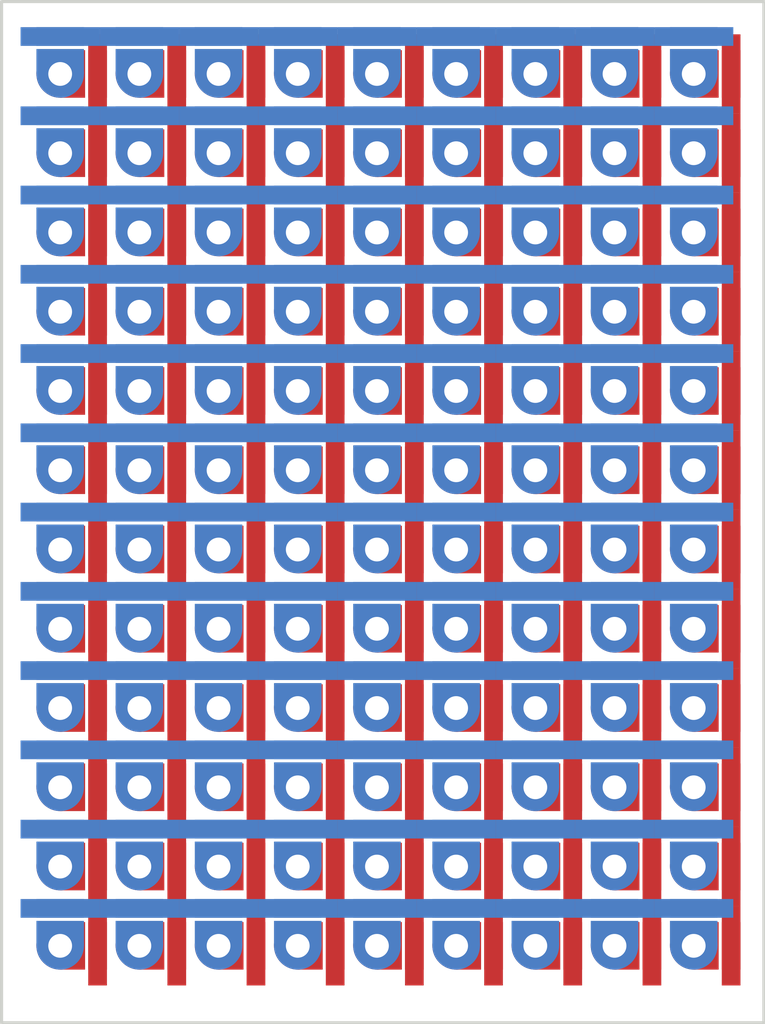
<source format=kicad_pcb>
(kicad_pcb (version 20221018) (generator pcbnew)
  (layers (0 "F.Cu" signal) (31 "B.Cu" signal) (34 "B.Paste" user) (35 "F.Paste" user) (36 "B.SilkS" user "B.Silkscreen") (37 "F.SilkS" user "F.Silkscreen") (38 "B.Mask" user) (39 "F.Mask" user) (44 "Edge.Cuts" user))
  (net 0 "")
  (footprint "Perfboard:Perfdot" (layer "F.Cu") (at 157.48 66.04)
    (fp_text reference "REF**" hide)
    (fp_text value "Perfdot" hide)
  )
  (footprint "Perfboard:Perfdot" (layer "F.Cu") (at 144.78 71.12)
    (fp_text reference "REF**" hide)
    (fp_text value "Perfdot" hide)
  )
  (footprint "Perfboard:Perfdot" (layer "F.Cu") (at 149.86 68.58)
    (fp_text reference "REF**" hide)
    (fp_text value "Perfdot" hide)
  )
  (footprint "Perfboard:Perfdot" (layer "F.Cu") (at 149.86 60.96)
    (fp_text reference "REF**" hide)
    (fp_text value "Perfdot" hide)
  )
  (footprint "Perfboard:Perfdot" (layer "F.Cu") (at 144.78 86.36)
    (fp_text reference "REF**" hide)
    (fp_text value "Perfdot" hide)
  )
  (footprint "Perfboard:Perfdot" (layer "F.Cu") (at 157.48 63.5)
    (fp_text reference "REF**" hide)
    (fp_text value "Perfdot" hide)
  )
  (footprint "Perfboard:Perfdot" (layer "F.Cu") (at 162.56 66.04)
    (fp_text reference "REF**" hide)
    (fp_text value "Perfdot" hide)
  )
  (footprint "Perfboard:Perfdot" (layer "F.Cu") (at 165.1 86.36)
    (fp_text reference "REF**" hide)
    (fp_text value "Perfdot" hide)
  )
  (footprint "Perfboard:Perfdot" (layer "F.Cu") (at 157.48 58.42)
    (fp_text reference "REF**" hide)
    (fp_text value "Perfdot" hide)
  )
  (footprint "Perfboard:Perfdot" (layer "F.Cu") (at 162.56 81.28)
    (fp_text reference "REF**" hide)
    (fp_text value "Perfdot" hide)
  )
  (footprint "Perfboard:Perfdot" (layer "F.Cu") (at 154.94 71.12)
    (fp_text reference "REF**" hide)
    (fp_text value "Perfdot" hide)
  )
  (footprint "Perfboard:Perfdot" (layer "F.Cu") (at 157.48 81.28)
    (fp_text reference "REF**" hide)
    (fp_text value "Perfdot" hide)
  )
  (footprint "Perfboard:Perfdot" (layer "F.Cu") (at 147.32 73.66)
    (fp_text reference "REF**" hide)
    (fp_text value "Perfdot" hide)
  )
  (footprint "Perfboard:Perfdot" (layer "F.Cu") (at 154.94 66.04)
    (fp_text reference "REF**" hide)
    (fp_text value "Perfdot" hide)
  )
  (footprint "Perfboard:Perfdot" (layer "F.Cu") (at 144.78 78.74)
    (fp_text reference "REF**" hide)
    (fp_text value "Perfdot" hide)
  )
  (footprint "Perfboard:Perfdot" (layer "F.Cu") (at 160.02 60.96)
    (fp_text reference "REF**" hide)
    (fp_text value "Perfdot" hide)
  )
  (footprint "Perfboard:Perfdot" (layer "F.Cu") (at 160.02 86.36)
    (fp_text reference "REF**" hide)
    (fp_text value "Perfdot" hide)
  )
  (footprint "Perfboard:Perfdot" (layer "F.Cu") (at 162.56 63.5)
    (fp_text reference "REF**" hide)
    (fp_text value "Perfdot" hide)
  )
  (footprint "Perfboard:Perfdot" (layer "F.Cu") (at 162.56 60.96)
    (fp_text reference "REF**" hide)
    (fp_text value "Perfdot" hide)
  )
  (footprint "Perfboard:Perfdot" (layer "F.Cu") (at 154.94 60.96)
    (fp_text reference "REF**" hide)
    (fp_text value "Perfdot" hide)
  )
  (footprint "Perfboard:Perfdot" (layer "F.Cu") (at 165.1 68.58)
    (fp_text reference "REF**" hide)
    (fp_text value "Perfdot" hide)
  )
  (footprint "Perfboard:Perfdot" (layer "F.Cu") (at 149.86 58.42)
    (fp_text reference "REF**" hide)
    (fp_text value "Perfdot" hide)
  )
  (footprint "Perfboard:Perfdot" (layer "F.Cu") (at 149.86 76.2)
    (fp_text reference "REF**" hide)
    (fp_text value "Perfdot" hide)
  )
  (footprint "Perfboard:Perfdot" (layer "F.Cu") (at 165.1 71.12)
    (fp_text reference "REF**" hide)
    (fp_text value "Perfdot" hide)
  )
  (footprint "Perfboard:Perfdot" (layer "F.Cu") (at 144.78 76.2)
    (fp_text reference "REF**" hide)
    (fp_text value "Perfdot" hide)
  )
  (footprint "Perfboard:Perfdot" (layer "F.Cu") (at 157.48 78.74)
    (fp_text reference "REF**" hide)
    (fp_text value "Perfdot" hide)
  )
  (footprint "Perfboard:Perfdot" (layer "F.Cu") (at 152.4 73.66)
    (fp_text reference "REF**" hide)
    (fp_text value "Perfdot" hide)
  )
  (footprint "Perfboard:Perfdot" (layer "F.Cu") (at 165.1 78.74)
    (fp_text reference "REF**" hide)
    (fp_text value "Perfdot" hide)
  )
  (footprint "Perfboard:Perfdot" (layer "F.Cu") (at 147.32 83.82)
    (fp_text reference "REF**" hide)
    (fp_text value "Perfdot" hide)
  )
  (footprint "Perfboard:Perfdot" (layer "F.Cu") (at 160.02 58.42)
    (fp_text reference "REF**" hide)
    (fp_text value "Perfdot" hide)
  )
  (footprint "Perfboard:Perfdot" (layer "F.Cu") (at 147.32 76.2)
    (fp_text reference "REF**" hide)
    (fp_text value "Perfdot" hide)
  )
  (footprint "Perfboard:Perfdot" (layer "F.Cu") (at 160.02 66.04)
    (fp_text reference "REF**" hide)
    (fp_text value "Perfdot" hide)
  )
  (footprint "Perfboard:Perfdot" (layer "F.Cu") (at 149.86 81.28)
    (fp_text reference "REF**" hide)
    (fp_text value "Perfdot" hide)
  )
  (footprint "Perfboard:Perfdot" (layer "F.Cu") (at 152.4 58.42)
    (fp_text reference "REF**" hide)
    (fp_text value "Perfdot" hide)
  )
  (footprint "Perfboard:Perfdot" (layer "F.Cu") (at 160.02 76.2)
    (fp_text reference "REF**" hide)
    (fp_text value "Perfdot" hide)
  )
  (footprint "Perfboard:Perfdot" (layer "F.Cu") (at 144.78 83.82)
    (fp_text reference "REF**" hide)
    (fp_text value "Perfdot" hide)
  )
  (footprint "Perfboard:Perfdot" (layer "F.Cu") (at 147.32 58.42)
    (fp_text reference "REF**" hide)
    (fp_text value "Perfdot" hide)
  )
  (footprint "Perfboard:Perfdot" (layer "F.Cu") (at 147.32 60.96)
    (fp_text reference "REF**" hide)
    (fp_text value "Perfdot" hide)
  )
  (footprint "Perfboard:Perfdot" (layer "F.Cu") (at 165.1 76.2)
    (fp_text reference "REF**" hide)
    (fp_text value "Perfdot" hide)
  )
  (footprint "Perfboard:Perfdot" (layer "F.Cu") (at 147.32 81.28)
    (fp_text reference "REF**" hide)
    (fp_text value "Perfdot" hide)
  )
  (footprint "Perfboard:Perfdot" (layer "F.Cu") (at 162.56 76.2)
    (fp_text reference "REF**" hide)
    (fp_text value "Perfdot" hide)
  )
  (footprint "Perfboard:Perfdot" (layer "F.Cu") (at 154.94 81.28)
    (fp_text reference "REF**" hide)
    (fp_text value "Perfdot" hide)
  )
  (footprint "Perfboard:Perfdot" (layer "F.Cu") (at 144.78 73.66)
    (fp_text reference "REF**" hide)
    (fp_text value "Perfdot" hide)
  )
  (footprint "Perfboard:Perfdot" (layer "F.Cu") (at 165.1 60.96)
    (fp_text reference "REF**" hide)
    (fp_text value "Perfdot" hide)
  )
  (footprint "Perfboard:Perfdot" (layer "F.Cu") (at 162.56 83.82)
    (fp_text reference "REF**" hide)
    (fp_text value "Perfdot" hide)
  )
  (footprint "Perfboard:Perfdot" (layer "F.Cu") (at 144.78 58.42)
    (fp_text reference "REF**" hide)
    (fp_text value "Perfdot" hide)
  )
  (footprint "Perfboard:Perfdot" (layer "F.Cu") (at 144.78 60.96)
    (fp_text reference "REF**" hide)
    (fp_text value "Perfdot" hide)
  )
  (footprint "Perfboard:Perfdot" (layer "F.Cu") (at 165.1 83.82)
    (fp_text reference "REF**" hide)
    (fp_text value "Perfdot" hide)
  )
  (footprint "Perfboard:Perfdot" (layer "F.Cu") (at 160.02 73.66)
    (fp_text reference "REF**" hide)
    (fp_text value "Perfdot" hide)
  )
  (footprint "Perfboard:Perfdot" (layer "F.Cu") (at 149.86 66.04)
    (fp_text reference "REF**" hide)
    (fp_text value "Perfdot" hide)
  )
  (footprint "Perfboard:Perfdot" (layer "F.Cu") (at 147.32 78.74)
    (fp_text reference "REF**" hide)
    (fp_text value "Perfdot" hide)
  )
  (footprint "Perfboard:Perfdot" (layer "F.Cu") (at 149.86 86.36)
    (fp_text reference "REF**" hide)
    (fp_text value "Perfdot" hide)
  )
  (footprint "Perfboard:Perfdot" (layer "F.Cu") (at 154.94 83.82)
    (fp_text reference "REF**" hide)
    (fp_text value "Perfdot" hide)
  )
  (footprint "Perfboard:Perfdot" (layer "F.Cu") (at 147.32 63.5)
    (fp_text reference "REF**" hide)
    (fp_text value "Perfdot" hide)
  )
  (footprint "Perfboard:Perfdot" (layer "F.Cu") (at 154.94 63.5)
    (fp_text reference "REF**" hide)
    (fp_text value "Perfdot" hide)
  )
  (footprint "Perfboard:Perfdot" (layer "F.Cu") (at 149.86 71.12)
    (fp_text reference "REF**" hide)
    (fp_text value "Perfdot" hide)
  )
  (footprint "Perfboard:Perfdot" (layer "F.Cu") (at 144.78 68.58)
    (fp_text reference "REF**" hide)
    (fp_text value "Perfdot" hide)
  )
  (footprint "Perfboard:Perfdot" (layer "F.Cu") (at 154.94 58.42)
    (fp_text reference "REF**" hide)
    (fp_text value "Perfdot" hide)
  )
  (footprint "Perfboard:Perfdot" (layer "F.Cu") (at 157.48 83.82)
    (fp_text reference "REF**" hide)
    (fp_text value "Perfdot" hide)
  )
  (footprint "Perfboard:Perfdot" (layer "F.Cu") (at 144.78 66.04)
    (fp_text reference "REF**" hide)
    (fp_text value "Perfdot" hide)
  )
  (footprint "Perfboard:Perfdot" (layer "F.Cu") (at 165.1 81.28)
    (fp_text reference "REF**" hide)
    (fp_text value "Perfdot" hide)
  )
  (footprint "Perfboard:Perfdot" (layer "F.Cu") (at 152.4 83.82)
    (fp_text reference "REF**" hide)
    (fp_text value "Perfdot" hide)
  )
  (footprint "Perfboard:Perfdot" (layer "F.Cu") (at 147.32 68.58)
    (fp_text reference "REF**" hide)
    (fp_text value "Perfdot" hide)
  )
  (footprint "Perfboard:Perfdot" (layer "F.Cu") (at 152.4 78.74)
    (fp_text reference "REF**" hide)
    (fp_text value "Perfdot" hide)
  )
  (footprint "Perfboard:Perfdot" (layer "F.Cu") (at 149.86 78.74)
    (fp_text reference "REF**" hide)
    (fp_text value "Perfdot" hide)
  )
  (footprint "Perfboard:Perfdot" (layer "F.Cu") (at 160.02 81.28)
    (fp_text reference "REF**" hide)
    (fp_text value "Perfdot" hide)
  )
  (footprint "Perfboard:Perfdot" (layer "F.Cu") (at 160.02 63.5)
    (fp_text reference "REF**" hide)
    (fp_text value "Perfdot" hide)
  )
  (footprint "Perfboard:Perfdot" (layer "F.Cu") (at 152.4 81.28)
    (fp_text reference "REF**" hide)
    (fp_text value "Perfdot" hide)
  )
  (footprint "Perfboard:Perfdot" (layer "F.Cu") (at 160.02 78.74)
    (fp_text reference "REF**" hide)
    (fp_text value "Perfdot" hide)
  )
  (footprint "Perfboard:Perfdot" (layer "F.Cu") (at 165.1 63.5)
    (fp_text reference "REF**" hide)
    (fp_text value "Perfdot" hide)
  )
  (footprint "Perfboard:Perfdot" (layer "F.Cu") (at 157.48 68.58)
    (fp_text reference "REF**" hide)
    (fp_text value "Perfdot" hide)
  )
  (footprint "Perfboard:Perfdot" (layer "F.Cu") (at 160.02 71.12)
    (fp_text reference "REF**" hide)
    (fp_text value "Perfdot" hide)
  )
  (footprint "Perfboard:Perfdot" (layer "F.Cu") (at 152.4 68.58)
    (fp_text reference "REF**" hide)
    (fp_text value "Perfdot" hide)
  )
  (footprint "Perfboard:Perfdot" (layer "F.Cu") (at 165.1 58.42)
    (fp_text reference "REF**" hide)
    (fp_text value "Perfdot" hide)
  )
  (footprint "Perfboard:Perfdot" (layer "F.Cu") (at 157.48 76.2)
    (fp_text reference "REF**" hide)
    (fp_text value "Perfdot" hide)
  )
  (footprint "Perfboard:Perfdot" (layer "F.Cu") (at 162.56 68.58)
    (fp_text reference "REF**" hide)
    (fp_text value "Perfdot" hide)
  )
  (footprint "Perfboard:Perfdot" (layer "F.Cu") (at 147.32 71.12)
    (fp_text reference "REF**" hide)
    (fp_text value "Perfdot" hide)
  )
  (footprint "Perfboard:Perfdot" (layer "F.Cu") (at 160.02 68.58)
    (fp_text reference "REF**" hide)
    (fp_text value "Perfdot" hide)
  )
  (footprint "Perfboard:Perfdot" (layer "F.Cu") (at 152.4 86.36)
    (fp_text reference "REF**" hide)
    (fp_text value "Perfdot" hide)
  )
  (footprint "Perfboard:Perfdot" (layer "F.Cu") (at 144.78 81.28)
    (fp_text reference "REF**" hide)
    (fp_text value "Perfdot" hide)
  )
  (footprint "Perfboard:Perfdot" (layer "F.Cu") (at 154.94 86.36)
    (fp_text reference "REF**" hide)
    (fp_text value "Perfdot" hide)
  )
  (footprint "Perfboard:Perfdot" (layer "F.Cu") (at 162.56 86.36)
    (fp_text reference "REF**" hide)
    (fp_text value "Perfdot" hide)
  )
  (footprint "Perfboard:Perfdot" (layer "F.Cu") (at 149.86 63.5)
    (fp_text reference "REF**" hide)
    (fp_text value "Perfdot" hide)
  )
  (footprint "Perfboard:Perfdot" (layer "F.Cu") (at 154.94 68.58)
    (fp_text reference "REF**" hide)
    (fp_text value "Perfdot" hide)
  )
  (footprint "Perfboard:Perfdot" (layer "F.Cu") (at 149.86 73.66)
    (fp_text reference "REF**" hide)
    (fp_text value "Perfdot" hide)
  )
  (footprint "Perfboard:Perfdot" (layer "F.Cu") (at 154.94 78.74)
    (fp_text reference "REF**" hide)
    (fp_text value "Perfdot" hide)
  )
  (footprint "Perfboard:Perfdot" (layer "F.Cu") (at 162.56 78.74)
    (fp_text reference "REF**" hide)
    (fp_text value "Perfdot" hide)
  )
  (footprint "Perfboard:Perfdot" (layer "F.Cu") (at 162.56 71.12)
    (fp_text reference "REF**" hide)
    (fp_text value "Perfdot" hide)
  )
  (footprint "Perfboard:Perfdot" (layer "F.Cu") (at 154.94 76.2)
    (fp_text reference "REF**" hide)
    (fp_text value "Perfdot" hide)
  )
  (footprint "Perfboard:Perfdot" (layer "F.Cu") (at 152.4 66.04)
    (fp_text reference "REF**" hide)
    (fp_text value "Perfdot" hide)
  )
  (footprint "Perfboard:Perfdot" (layer "F.Cu") (at 149.86 83.82)
    (fp_text reference "REF**" hide)
    (fp_text value "Perfdot" hide)
  )
  (footprint "Perfboard:Perfdot" (layer "F.Cu") (at 152.4 71.12)
    (fp_text reference "REF**" hide)
    (fp_text value "Perfdot" hide)
  )
  (footprint "Perfboard:Perfdot" (layer "F.Cu") (at 152.4 76.2)
    (fp_text reference "REF**" hide)
    (fp_text value "Perfdot" hide)
  )
  (footprint "Perfboard:Perfdot" (layer "F.Cu") (at 152.4 60.96)
    (fp_text reference "REF**" hide)
    (fp_text value "Perfdot" hide)
  )
  (footprint "Perfboard:Perfdot" (layer "F.Cu") (at 154.94 73.66)
    (fp_text reference "REF**" hide)
    (fp_text value "Perfdot" hide)
  )
  (footprint "Perfboard:Perfdot" (layer "F.Cu") (at 157.48 71.12)
    (fp_text reference "REF**" hide)
    (fp_text value "Perfdot" hide)
  )
  (footprint "Perfboard:Perfdot" (layer "F.Cu") (at 157.48 86.36)
    (fp_text reference "REF**" hide)
    (fp_text value "Perfdot" hide)
  )
  (footprint "Perfboard:Perfdot" (layer "F.Cu") (at 160.02 83.82)
    (fp_text reference "REF**" hide)
    (fp_text value "Perfdot" hide)
  )
  (footprint "Perfboard:Perfdot" (layer "F.Cu") (at 165.1 66.04)
    (fp_text reference "REF**" hide)
    (fp_text value "Perfdot" hide)
  )
  (footprint "Perfboard:Perfdot" (layer "F.Cu") (at 147.32 86.36)
    (fp_text reference "REF**" hide)
    (fp_text value "Perfdot" hide)
  )
  (footprint "Perfboard:Perfdot" (layer "F.Cu") (at 157.48 60.96)
    (fp_text reference "REF**" hide)
    (fp_text value "Perfdot" hide)
  )
  (footprint "Perfboard:Perfdot" (layer "F.Cu") (at 165.1 73.66)
    (fp_text reference "REF**" hide)
    (fp_text value "Perfdot" hide)
  )
  (footprint "Perfboard:Perfdot" (layer "F.Cu") (at 162.56 58.42)
    (fp_text reference "REF**" hide)
    (fp_text value "Perfdot" hide)
  )
  (footprint "Perfboard:Perfdot" (layer "F.Cu") (at 157.48 73.66)
    (fp_text reference "REF**" hide)
    (fp_text value "Perfdot" hide)
  )
  (footprint "Perfboard:Perfdot" (layer "F.Cu") (at 162.56 73.66)
    (fp_text reference "REF**" hide)
    (fp_text value "Perfdot" hide)
  )
  (footprint "Perfboard:Perfdot" (layer "F.Cu") (at 147.32 66.04)
    (fp_text reference "REF**" hide)
    (fp_text value "Perfdot" hide)
  )
  (footprint "Perfboard:Perfdot" (layer "F.Cu") (at 152.4 63.5)
    (fp_text reference "REF**" hide)
    (fp_text value "Perfdot" hide)
  )
  (footprint "Perfboard:Perfdot" (layer "F.Cu") (at 144.78 63.5)
    (fp_text reference "REF**" hide)
    (fp_text value "Perfdot" hide)
  )
  (gr_rect (start 142.9 56.1) (end 167.35 88.825) (stroke (width 0.1)) (fill none) (layer "Edge.Cuts"))
)
</source>
